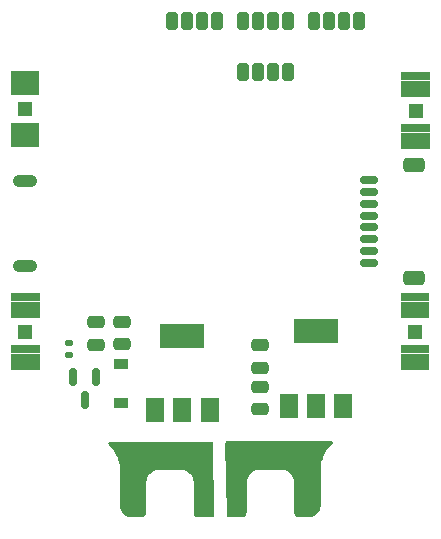
<source format=gbr>
%TF.GenerationSoftware,KiCad,Pcbnew,6.0.11-2627ca5db0~126~ubuntu22.04.1*%
%TF.CreationDate,2023-03-08T23:59:18+01:00*%
%TF.ProjectId,asac-fc-rev-a,61736163-2d66-4632-9d72-65762d612e6b,A*%
%TF.SameCoordinates,Original*%
%TF.FileFunction,Soldermask,Bot*%
%TF.FilePolarity,Negative*%
%FSLAX46Y46*%
G04 Gerber Fmt 4.6, Leading zero omitted, Abs format (unit mm)*
G04 Created by KiCad (PCBNEW 6.0.11-2627ca5db0~126~ubuntu22.04.1) date 2023-03-08 23:59:18*
%MOMM*%
%LPD*%
G01*
G04 APERTURE LIST*
G04 Aperture macros list*
%AMRoundRect*
0 Rectangle with rounded corners*
0 $1 Rounding radius*
0 $2 $3 $4 $5 $6 $7 $8 $9 X,Y pos of 4 corners*
0 Add a 4 corners polygon primitive as box body*
4,1,4,$2,$3,$4,$5,$6,$7,$8,$9,$2,$3,0*
0 Add four circle primitives for the rounded corners*
1,1,$1+$1,$2,$3*
1,1,$1+$1,$4,$5*
1,1,$1+$1,$6,$7*
1,1,$1+$1,$8,$9*
0 Add four rect primitives between the rounded corners*
20,1,$1+$1,$2,$3,$4,$5,0*
20,1,$1+$1,$4,$5,$6,$7,0*
20,1,$1+$1,$6,$7,$8,$9,0*
20,1,$1+$1,$8,$9,$2,$3,0*%
G04 Aperture macros list end*
%ADD10O,2.100000X1.050000*%
%ADD11R,1.200000X0.900000*%
%ADD12R,0.850000X0.700000*%
%ADD13R,1.270000X1.270000*%
%ADD14RoundRect,0.250000X0.250000X-0.500000X0.250000X0.500000X-0.250000X0.500000X-0.250000X-0.500000X0*%
%ADD15R,1.500000X2.000000*%
%ADD16R,3.800000X2.000000*%
%ADD17RoundRect,0.250000X0.475000X-0.250000X0.475000X0.250000X-0.475000X0.250000X-0.475000X-0.250000X0*%
%ADD18RoundRect,0.250000X-0.650000X0.350000X-0.650000X-0.350000X0.650000X-0.350000X0.650000X0.350000X0*%
%ADD19RoundRect,0.150000X-0.625000X0.150000X-0.625000X-0.150000X0.625000X-0.150000X0.625000X0.150000X0*%
%ADD20RoundRect,0.135000X0.185000X-0.135000X0.185000X0.135000X-0.185000X0.135000X-0.185000X-0.135000X0*%
%ADD21RoundRect,0.150000X-0.150000X0.587500X-0.150000X-0.587500X0.150000X-0.587500X0.150000X0.587500X0*%
G04 APERTURE END LIST*
D10*
%TO.C,J3*%
X107537500Y-121250000D03*
X107537500Y-114100000D03*
%TD*%
D11*
%TO.C,D4*%
X115670000Y-129600000D03*
X115670000Y-132900000D03*
%TD*%
D12*
%TO.C,J4*%
X141375000Y-125350000D03*
X139775000Y-125350000D03*
X141375000Y-124650000D03*
X140575000Y-124650000D03*
X139775000Y-124650000D03*
X140575000Y-125350000D03*
X141375000Y-123950000D03*
X140575000Y-123950000D03*
X139775000Y-123950000D03*
D13*
X140575000Y-126850000D03*
D12*
X139775000Y-128350000D03*
X140575000Y-129750000D03*
X140575000Y-128350000D03*
X140575000Y-129050000D03*
X141375000Y-129750000D03*
X141375000Y-128350000D03*
X139775000Y-129050000D03*
X139775000Y-129750000D03*
X141375000Y-129050000D03*
%TD*%
%TO.C,J9*%
X106749600Y-109477800D03*
X108349600Y-109477800D03*
X106749600Y-110177800D03*
X107549600Y-110177800D03*
X108349600Y-110177800D03*
X107549600Y-109477800D03*
X106749600Y-110877800D03*
X107549600Y-110877800D03*
X108349600Y-110877800D03*
D13*
X107549600Y-107977800D03*
D12*
X108349600Y-106477800D03*
X107549600Y-105077800D03*
X107549600Y-106477800D03*
X107549600Y-105777800D03*
X106749600Y-105077800D03*
X106749600Y-106477800D03*
X108349600Y-105777800D03*
X108349600Y-105077800D03*
X106749600Y-105777800D03*
%TD*%
D14*
%TO.C,J10*%
X126000000Y-100550000D03*
X127270000Y-100550000D03*
X128540000Y-100550000D03*
X129810000Y-100550000D03*
%TD*%
D12*
%TO.C,J1*%
X139850000Y-105925000D03*
X141450000Y-105225000D03*
X141450000Y-105925000D03*
X139850000Y-106625000D03*
X139850000Y-105225000D03*
X140650000Y-105925000D03*
X140650000Y-106625000D03*
X140650000Y-105225000D03*
X141450000Y-106625000D03*
D13*
X140650000Y-108125000D03*
D12*
X141450000Y-111025000D03*
X140650000Y-111025000D03*
X139850000Y-111025000D03*
X140650000Y-109625000D03*
X141450000Y-110325000D03*
X140650000Y-110325000D03*
X139850000Y-110325000D03*
X141450000Y-109625000D03*
X139850000Y-109625000D03*
%TD*%
D14*
%TO.C,J15*%
X126000000Y-104880000D03*
X127270000Y-104880000D03*
X128540000Y-104880000D03*
X129810000Y-104880000D03*
%TD*%
%TO.C,J8*%
X132000000Y-100550000D03*
X133270000Y-100550000D03*
X134540000Y-100550000D03*
X135810000Y-100550000D03*
%TD*%
D12*
%TO.C,J6*%
X108374600Y-125350000D03*
X106774600Y-125350000D03*
X108374600Y-124650000D03*
X107574600Y-124650000D03*
X106774600Y-124650000D03*
X107574600Y-125350000D03*
X108374600Y-123950000D03*
X107574600Y-123950000D03*
X106774600Y-123950000D03*
D13*
X107574600Y-126850000D03*
D12*
X106774600Y-128350000D03*
X107574600Y-129750000D03*
X107574600Y-128350000D03*
X107574600Y-129050000D03*
X108374600Y-129750000D03*
X108374600Y-128350000D03*
X106774600Y-129050000D03*
X106774600Y-129750000D03*
X108374600Y-129050000D03*
%TD*%
D14*
%TO.C,J5*%
X119995000Y-100550000D03*
X121265000Y-100550000D03*
X122535000Y-100550000D03*
X123805000Y-100550000D03*
%TD*%
D15*
%TO.C,U4*%
X134500000Y-133125000D03*
D16*
X132200000Y-126825000D03*
D15*
X132200000Y-133125000D03*
X129900000Y-133125000D03*
%TD*%
D17*
%TO.C,C22*%
X127490000Y-129890000D03*
X127490000Y-127990000D03*
%TD*%
%TO.C,C20*%
X127450000Y-133425000D03*
X127450000Y-131525000D03*
%TD*%
%TO.C,C21*%
X113550000Y-127950000D03*
X113550000Y-126050000D03*
%TD*%
D15*
%TO.C,U5*%
X118575000Y-133475000D03*
X120875000Y-133475000D03*
D16*
X120875000Y-127175000D03*
D15*
X123175000Y-133475000D03*
%TD*%
D18*
%TO.C,J11*%
X140525000Y-122325000D03*
X140525000Y-112725000D03*
D19*
X136650000Y-121025000D03*
X136650000Y-120025000D03*
X136650000Y-119025000D03*
X136650000Y-118025000D03*
X136650000Y-117025000D03*
X136650000Y-116025000D03*
X136650000Y-115025000D03*
X136650000Y-114025000D03*
%TD*%
D17*
%TO.C,C23*%
X115770000Y-126020000D03*
X115770000Y-127920000D03*
%TD*%
D20*
%TO.C,R14*%
X111290000Y-128840000D03*
X111290000Y-127820000D03*
%TD*%
D21*
%TO.C,Q1*%
X111650000Y-130722500D03*
X113550000Y-130722500D03*
X112600000Y-132597500D03*
%TD*%
G36*
X123452837Y-136190002D02*
G01*
X123499330Y-136243658D01*
X123510714Y-136295282D01*
X123545774Y-142448282D01*
X123526160Y-142516516D01*
X123472771Y-142563314D01*
X123419776Y-142575000D01*
X122333258Y-142575000D01*
X122316812Y-142573922D01*
X122212037Y-142560128D01*
X122180265Y-142551615D01*
X122090326Y-142514361D01*
X122061840Y-142497914D01*
X121984607Y-142438651D01*
X121961349Y-142415393D01*
X121902086Y-142338160D01*
X121885639Y-142309674D01*
X121848385Y-142219735D01*
X121839872Y-142187963D01*
X121826078Y-142083188D01*
X121825000Y-142066742D01*
X121825000Y-139578092D01*
X121824697Y-139571920D01*
X121806392Y-139386076D01*
X121803988Y-139373984D01*
X121750675Y-139198235D01*
X121745964Y-139186862D01*
X121659390Y-139024893D01*
X121652539Y-139014640D01*
X121536034Y-138872678D01*
X121527322Y-138863966D01*
X121385360Y-138747461D01*
X121375107Y-138740610D01*
X121213138Y-138654036D01*
X121201765Y-138649325D01*
X121026016Y-138596012D01*
X121013924Y-138593608D01*
X120828080Y-138575303D01*
X120821908Y-138575000D01*
X118828092Y-138575000D01*
X118821920Y-138575303D01*
X118636076Y-138593608D01*
X118623984Y-138596012D01*
X118448235Y-138649325D01*
X118436862Y-138654036D01*
X118274893Y-138740610D01*
X118264640Y-138747461D01*
X118122678Y-138863966D01*
X118113966Y-138872678D01*
X117997461Y-139014640D01*
X117990610Y-139024893D01*
X117904036Y-139186862D01*
X117899325Y-139198235D01*
X117846012Y-139373984D01*
X117843608Y-139386076D01*
X117825303Y-139571920D01*
X117825000Y-139578092D01*
X117825000Y-142066742D01*
X117823922Y-142083188D01*
X117810128Y-142187963D01*
X117801615Y-142219735D01*
X117764361Y-142309674D01*
X117747914Y-142338160D01*
X117688651Y-142415393D01*
X117665393Y-142438651D01*
X117588160Y-142497914D01*
X117559674Y-142514361D01*
X117469735Y-142551615D01*
X117437963Y-142560128D01*
X117333188Y-142573922D01*
X117316742Y-142575000D01*
X116581187Y-142575000D01*
X116568837Y-142574393D01*
X116392263Y-142557002D01*
X116368037Y-142552184D01*
X116204191Y-142502482D01*
X116181371Y-142493029D01*
X116030372Y-142412319D01*
X116009834Y-142398596D01*
X115877485Y-142289980D01*
X115860020Y-142272515D01*
X115751404Y-142140166D01*
X115737681Y-142119628D01*
X115656971Y-141968629D01*
X115647518Y-141945809D01*
X115597816Y-141781963D01*
X115592998Y-141757737D01*
X115575607Y-141581163D01*
X115575000Y-141568813D01*
X115575000Y-138576782D01*
X115574900Y-138573225D01*
X115556335Y-138242636D01*
X115555545Y-138235623D01*
X115500375Y-137910916D01*
X115498807Y-137904047D01*
X115407629Y-137587561D01*
X115405296Y-137580894D01*
X115279261Y-137276617D01*
X115276196Y-137270253D01*
X115116880Y-136981993D01*
X115113128Y-136976022D01*
X114922543Y-136707419D01*
X114918137Y-136701894D01*
X114698665Y-136456304D01*
X114693697Y-136451336D01*
X114625007Y-136389951D01*
X114587542Y-136329645D01*
X114588628Y-136258656D01*
X114627921Y-136199524D01*
X114692945Y-136171023D01*
X114708967Y-136170000D01*
X123384716Y-136170000D01*
X123452837Y-136190002D01*
G37*
G36*
X133583096Y-136123628D02*
G01*
X133629686Y-136177200D01*
X133639917Y-136247455D01*
X133610540Y-136312089D01*
X133599127Y-136323700D01*
X133456304Y-136451335D01*
X133451335Y-136456304D01*
X133231863Y-136701894D01*
X133227457Y-136707419D01*
X133036872Y-136976022D01*
X133033120Y-136981993D01*
X132873804Y-137270253D01*
X132870739Y-137276617D01*
X132744704Y-137580894D01*
X132742371Y-137587561D01*
X132651193Y-137904047D01*
X132649625Y-137910916D01*
X132594455Y-138235623D01*
X132593665Y-138242636D01*
X132575100Y-138573225D01*
X132575000Y-138576782D01*
X132575000Y-141568813D01*
X132574393Y-141581163D01*
X132557002Y-141757737D01*
X132552184Y-141781963D01*
X132502482Y-141945809D01*
X132493029Y-141968629D01*
X132412319Y-142119628D01*
X132398596Y-142140166D01*
X132289980Y-142272515D01*
X132272515Y-142289980D01*
X132140166Y-142398596D01*
X132119628Y-142412319D01*
X131968629Y-142493029D01*
X131945809Y-142502482D01*
X131781963Y-142552184D01*
X131757737Y-142557002D01*
X131581163Y-142574393D01*
X131568813Y-142575000D01*
X130833258Y-142575000D01*
X130816812Y-142573922D01*
X130712037Y-142560128D01*
X130680265Y-142551615D01*
X130590326Y-142514361D01*
X130561840Y-142497914D01*
X130484607Y-142438651D01*
X130461349Y-142415393D01*
X130402086Y-142338160D01*
X130385639Y-142309674D01*
X130348385Y-142219735D01*
X130339872Y-142187963D01*
X130326078Y-142083188D01*
X130325000Y-142066742D01*
X130325000Y-139578092D01*
X130324697Y-139571920D01*
X130306392Y-139386076D01*
X130303988Y-139373984D01*
X130250675Y-139198235D01*
X130245964Y-139186862D01*
X130159390Y-139024893D01*
X130152539Y-139014640D01*
X130036034Y-138872678D01*
X130027322Y-138863966D01*
X129885360Y-138747461D01*
X129875107Y-138740610D01*
X129713138Y-138654036D01*
X129701765Y-138649325D01*
X129526016Y-138596012D01*
X129513924Y-138593608D01*
X129328080Y-138575303D01*
X129321908Y-138575000D01*
X127328092Y-138575000D01*
X127321920Y-138575303D01*
X127136076Y-138593608D01*
X127123984Y-138596012D01*
X126948235Y-138649325D01*
X126936862Y-138654036D01*
X126774893Y-138740610D01*
X126764640Y-138747461D01*
X126622678Y-138863966D01*
X126613966Y-138872678D01*
X126497461Y-139014640D01*
X126490610Y-139024893D01*
X126404036Y-139186862D01*
X126399325Y-139198235D01*
X126346012Y-139373984D01*
X126343608Y-139386076D01*
X126325303Y-139571920D01*
X126325000Y-139578092D01*
X126325000Y-142066742D01*
X126323922Y-142083188D01*
X126310128Y-142187963D01*
X126301615Y-142219735D01*
X126264361Y-142309674D01*
X126247914Y-142338160D01*
X126188651Y-142415393D01*
X126165393Y-142438651D01*
X126088160Y-142497914D01*
X126059674Y-142514361D01*
X125969735Y-142551615D01*
X125937963Y-142560128D01*
X125833188Y-142573922D01*
X125816742Y-142575000D01*
X124743932Y-142575000D01*
X124675811Y-142554998D01*
X124629318Y-142501342D01*
X124617947Y-142450949D01*
X124521976Y-136247718D01*
X124540922Y-136179296D01*
X124593852Y-136131979D01*
X124647733Y-136119769D01*
X133514939Y-136103749D01*
X133583096Y-136123628D01*
G37*
M02*

</source>
